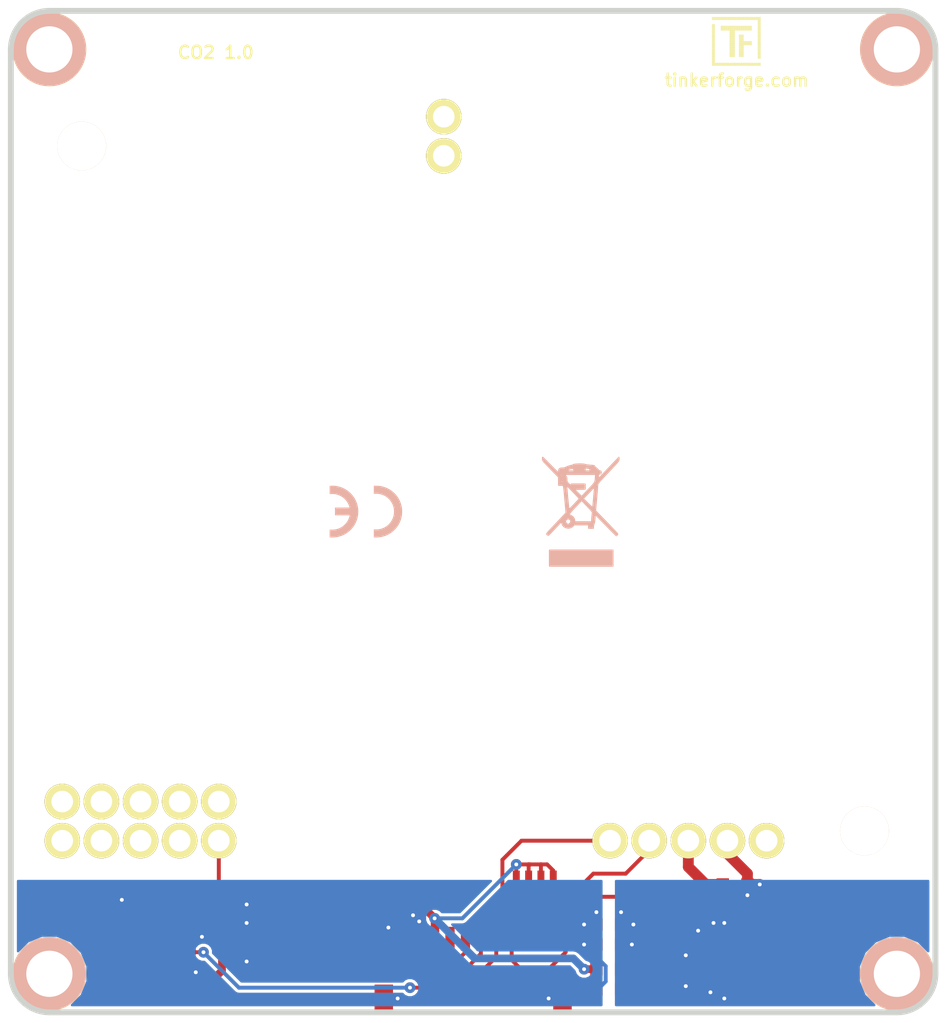
<source format=kicad_pcb>
(kicad_pcb (version 4) (host pcbnew 4.0.2+dfsg1-stable)
  (title_block (title "CO2 Bricklet") (date "Mi 27 Mai 2015") (rev 1.0) (company "Tinkerforfge GmbH") (comment 1 "Licensed under CERN OHL v.1.1") (comment 2 "Copyright (©) 2015, B.Nordmeyer <bastian@tinkerforge.com>"))
  (layers (0 F.Cu signal) (31 B.Cu signal) (34 B.Paste user) (35 F.Paste user) (36 B.SilkS user) (37 F.SilkS user) (38 B.Mask user) (39 F.Mask user) (44 Edge.Cuts user))
  (net 0 "")
  (net 1 +5V)
  (net 2 3V3)
  (net 3 EN)
  (net 4 GND)
  (net 5 "Net-(P1-Pad4)")
  (net 6 "Net-(P1-Pad5)")
  (net 7 "Net-(P1-Pad6)")
  (net 8 "Net-(P1-Pad7)")
  (net 9 "Net-(R2-Pad1)")
  (net 10 "Net-(R3-Pad2)")
  (net 11 "Net-(C2-Pad1)")
  (net 12 AGND)
  (net 13 "Net-(C4-Pad1)")
  (net 14 "Net-(L3-Pad2)")
  (net 15 SCL)
  (net 16 SDA)
  (net 17 "Net-(R5-Pad1)")
  (net 18 "Net-(P1-Pad1)")
  (net 19 "Net-(RP1-Pad6)")
  (net 20 "Net-(RP1-Pad7)")
  (net 21 "Net-(U1-Pad7)")
  (net 22 "Net-(U4-Pad1)")
  (net 23 "Net-(U4-Pad6)")
  (net 24 "Net-(U4-Pad7)")
  (net 25 "Net-(U4-Pad8)")
  (net 26 "Net-(U4-Pad9)")
  (net 27 "Net-(U4-Pad11)")
  (net 28 "Net-(U4-Pad12)")
  (net 29 "Net-(U4-Pad13)")
  (net 30 "Net-(U4-Pad14)")
  (net 31 "Net-(U4-Pad10)")
  (module kicad-libraries:R0603 (layer F.Cu) (at 125.6 113.375 180)
    (fp_text reference R5)
    (fp_text value 3k9)
    (pad 1 smd rect (at -0.8001 0 180) (size 0.8001 0.8001) (layers F.Cu F.Paste F.Mask) (net 17 "Net-(R5-Pad1)"))
    (pad 2 smd rect (at 0.8001 0 180) (size 0.8001 0.8001) (layers F.Cu F.Paste F.Mask) (net 10 "Net-(R3-Pad2)"))
  )
  (module kicad-libraries:R0603 (layer F.Cu) (at 120.5 114.175 270)
    (fp_text reference R4)
    (fp_text value 3k9)
    (pad 1 smd rect (at -0.8001 0 270) (size 0.8001 0.8001) (layers F.Cu F.Paste F.Mask) (net 4 GND))
    (pad 2 smd rect (at 0.8001 0 270) (size 0.8001 0.8001) (layers F.Cu F.Paste F.Mask) (net 9 "Net-(R2-Pad1)"))
  )
  (module kicad-libraries:R0603 (layer F.Cu) (at 122.6 113.375)
    (fp_text reference R3)
    (fp_text value 3k)
    (pad 1 smd rect (at -0.8001 0) (size 0.8001 0.8001) (layers F.Cu F.Paste F.Mask) (net 4 GND))
    (pad 2 smd rect (at 0.8001 0) (size 0.8001 0.8001) (layers F.Cu F.Paste F.Mask) (net 10 "Net-(R3-Pad2)"))
  )
  (module kicad-libraries:R0603 (layer F.Cu) (at 121.8 115.775 270)
    (fp_text reference R2)
    (fp_text value 3k)
    (pad 1 smd rect (at -0.8001 0 270) (size 0.8001 0.8001) (layers F.Cu F.Paste F.Mask) (net 9 "Net-(R2-Pad1)"))
    (pad 2 smd rect (at 0.8001 0 270) (size 0.8001 0.8001) (layers F.Cu F.Paste F.Mask) (net 8 "Net-(P1-Pad7)"))
  )
  (module kicad-libraries:R0603 (layer F.Cu) (at 157.725 116.05)
    (fp_text reference R1)
    (fp_text value 10k)
    (pad 1 smd rect (at -0.8001 0) (size 0.8001 0.8001) (layers F.Cu F.Paste F.Mask) (net 3 EN))
    (pad 2 smd rect (at 0.8001 0) (size 0.8001 0.8001) (layers F.Cu F.Paste F.Mask) (net 12 AGND))
  )
  (module kicad-libraries:C0603 (layer F.Cu) (at 161.8 115.7 90)
    (fp_text reference L4)
    (fp_text value INDUCT)
    (pad 1 smd rect (at -0.8001 0 90) (size 0.8001 0.8001) (layers F.Cu F.Paste F.Mask) (net 13 "Net-(C4-Pad1)"))
    (pad 2 smd rect (at 0.8001 0 90) (size 0.8001 0.8001) (layers F.Cu F.Paste F.Mask) (net 1 +5V))
  )
  (module kicad-libraries:C0805 (layer F.Cu) (at 155.225 118.15 90)
    (fp_text reference L3)
    (fp_text value 1µH)
    (pad 1 smd rect (at -1.00076 0 90) (size 1.00076 1.24968) (layers F.Cu F.Paste F.Mask) (net 11 "Net-(C2-Pad1)") (clearance 0.14986))
    (pad 2 smd rect (at 1.00076 0 90) (size 1.00076 1.24968) (layers F.Cu F.Paste F.Mask) (net 14 "Net-(L3-Pad2)") (clearance 0.14986))
  )
  (module kicad-libraries:C0603 (layer F.Cu) (at 152.7 114.9)
    (fp_text reference L2)
    (fp_text value 0)
    (pad 1 smd rect (at -0.8001 0) (size 0.8001 0.8001) (layers F.Cu F.Paste F.Mask) (net 4 GND))
    (pad 2 smd rect (at 0.8001 0) (size 0.8001 0.8001) (layers F.Cu F.Paste F.Mask) (net 12 AGND))
  )
  (module kicad-libraries:C0603 (layer F.Cu) (at 152.7 119.1)
    (fp_text reference L1)
    (fp_text value INDUCT)
    (pad 1 smd rect (at -0.8001 0) (size 0.8001 0.8001) (layers F.Cu F.Paste F.Mask) (net 2 3V3))
    (pad 2 smd rect (at 0.8001 0) (size 0.8001 0.8001) (layers F.Cu F.Paste F.Mask) (net 11 "Net-(C2-Pad1)"))
  )
  (module kicad-libraries:C0603 (layer F.Cu) (at 160.9 112.3 180)
    (fp_text reference C7)
    (fp_text value 100nF)
    (pad 1 smd rect (at -0.8001 0 180) (size 0.8001 0.8001) (layers F.Cu F.Paste F.Mask) (net 12 AGND))
    (pad 2 smd rect (at 0.8001 0 180) (size 0.8001 0.8001) (layers F.Cu F.Paste F.Mask) (net 1 +5V))
  )
  (module kicad-libraries:C0805 (layer F.Cu) (at 160.2 114.6 90)
    (fp_text reference C6)
    (fp_text value 4.7µF)
    (pad 1 smd rect (at -1.00076 0 90) (size 1.00076 1.24968) (layers F.Cu F.Paste F.Mask) (net 12 AGND) (clearance 0.14986))
    (pad 2 smd rect (at 1.00076 0 90) (size 1.00076 1.24968) (layers F.Cu F.Paste F.Mask) (net 1 +5V) (clearance 0.14986))
  )
  (module kicad-libraries:C0603 (layer F.Cu) (at 124.3 117.975 180)
    (fp_text reference C5)
    (fp_text value 100nF)
    (pad 1 smd rect (at -0.8001 0 180) (size 0.8001 0.8001) (layers F.Cu F.Paste F.Mask) (net 4 GND))
    (pad 2 smd rect (at 0.8001 0 180) (size 0.8001 0.8001) (layers F.Cu F.Paste F.Mask) (net 2 3V3))
  )
  (module kicad-libraries:C0805 (layer F.Cu) (at 160.2 118 270)
    (fp_text reference C4)
    (fp_text value 4.7µF)
    (pad 1 smd rect (at -1.00076 0 270) (size 1.00076 1.24968) (layers F.Cu F.Paste F.Mask) (net 13 "Net-(C4-Pad1)") (clearance 0.14986))
    (pad 2 smd rect (at 1.00076 0 270) (size 1.00076 1.24968) (layers F.Cu F.Paste F.Mask) (net 12 AGND) (clearance 0.14986))
  )
  (module kicad-libraries:C0603 (layer F.Cu) (at 137.6 114.3 90)
    (fp_text reference C3)
    (fp_text value 100nF)
    (pad 1 smd rect (at -0.8001 0 90) (size 0.8001 0.8001) (layers F.Cu F.Paste F.Mask) (net 4 GND))
    (pad 2 smd rect (at 0.8001 0 90) (size 0.8001 0.8001) (layers F.Cu F.Paste F.Mask) (net 2 3V3))
  )
  (module kicad-libraries:C0603 (layer F.Cu) (at 153.5 117 90)
    (fp_text reference C2)
    (fp_text value 2.2µF)
    (pad 1 smd rect (at -0.8001 0 90) (size 0.8001 0.8001) (layers F.Cu F.Paste F.Mask) (net 11 "Net-(C2-Pad1)"))
    (pad 2 smd rect (at 0.8001 0 90) (size 0.8001 0.8001) (layers F.Cu F.Paste F.Mask) (net 12 AGND))
  )
  (module kicad-libraries:C0603 (layer F.Cu) (at 151.9 117 90)
    (fp_text reference C1)
    (fp_text value 2.2µF)
    (pad 1 smd rect (at -0.8001 0 90) (size 0.8001 0.8001) (layers F.Cu F.Paste F.Mask) (net 2 3V3))
    (pad 2 smd rect (at 0.8001 0 90) (size 0.8001 0.8001) (layers F.Cu F.Paste F.Mask) (net 4 GND))
  )
  (module kicad-libraries:CE_5mm (layer B.Cu) (at 136.9 88.1 180)
    (fp_text reference VAL hide)
    (fp_text value CE_5mm hide)
  )
  (module kicad-libraries:WEEE_7mm (layer B.Cu) (at 150.9 88.1 180)
    (fp_text reference VAL hide)
    (fp_text value WEEE_7mm_back hide)
  )
  (module kicad-libraries:DRILL_NP (layer F.Cu) (at 116.4 58.1)
    (fp_text reference U8 hide)
    (fp_text value DRILL hide)
    (pad "" np_thru_hole circle (at 0 0) (size 2.99974 2.99974) (drill 2.99974) (layers *.Cu *.Mask F.SilkS) (clearance 0.89916))
  )
  (module kicad-libraries:4X0603 (layer F.Cu) (at 147.9 112.7)
    (fp_text reference RP1)
    (fp_text value 2k2)
    (pad 1 smd rect (at -1.19888 -0.8509) (size 0.44958 0.89916) (layers F.Cu F.Paste F.Mask) (net 2 3V3))
    (pad 2 smd rect (at -0.39878 -0.8509) (size 0.44958 0.89916) (layers F.Cu F.Paste F.Mask) (net 2 3V3))
    (pad 3 smd rect (at 0.39878 -0.8509) (size 0.44958 0.89916) (layers F.Cu F.Paste F.Mask) (net 2 3V3))
    (pad 4 smd rect (at 1.19888 -0.8509) (size 0.44958 0.89916) (layers F.Cu F.Paste F.Mask) (net 2 3V3))
    (pad 5 smd rect (at 1.19888 0.8509) (size 0.44958 0.89916) (layers F.Cu F.Paste F.Mask) (net 15 SCL))
    (pad 6 smd rect (at 0.39878 0.8509) (size 0.44958 0.89916) (layers F.Cu F.Paste F.Mask) (net 19 "Net-(RP1-Pad6)"))
    (pad 7 smd rect (at -0.39878 0.8509) (size 0.44958 0.89916) (layers F.Cu F.Paste F.Mask) (net 20 "Net-(RP1-Pad7)"))
    (pad 8 smd rect (at -1.19888 0.8509) (size 0.44958 0.89916) (layers F.Cu F.Paste F.Mask) (net 16 SDA))
  )
  (module kicad-libraries:Fiducial_Mark (layer F.Cu) (at 120.4 119.1)
    (fp_text reference Fiducial_Mark hide)
    (fp_text value VAL** hide)
    (pad 1 smd circle (at 0 0) (size 1.00076 1.00076) (layers F.Cu F.Paste F.Mask) (clearance 0.65024))
  )
  (module kicad-libraries:Fiducial_Mark (layer F.Cu) (at 170.4 113.6)
    (fp_text reference Fiducial_Mark hide)
    (fp_text value VAL** hide)
    (pad 1 smd circle (at 0 0) (size 1.00076 1.00076) (layers F.Cu F.Paste F.Mask) (clearance 0.65024))
  )
  (module kicad-libraries:Logo_31x31 (layer F.Cu) (at 159.4 56)
    (fp_text reference G*** hide)
    (fp_text value Logo_31x31 hide)
  )
  (module kicad-libraries:DRILL_NP (layer F.Cu) (at 171.4 58.1)
    (fp_text reference U7 hide)
    (fp_text value DRILL hide)
    (pad "" np_thru_hole circle (at 0 0) (size 2.99974 2.99974) (drill 2.99974) (layers *.Cu *.Mask F.SilkS) (clearance 0.89916))
  )
  (module kicad-libraries:DRILL_NP (layer F.Cu) (at 171.4 118.1)
    (fp_text reference U5 hide)
    (fp_text value DRILL hide)
    (pad "" np_thru_hole circle (at 0 0) (size 2.99974 2.99974) (drill 2.99974) (layers *.Cu *.Mask F.SilkS) (clearance 0.89916))
  )
  (module kicad-libraries:SOT23-5 (layer F.Cu) (at 124.3 115.675 90)
    (fp_text reference U3)
    (fp_text value TLV271)
    (pad 1 smd rect (at -0.94996 1.19888 90) (size 0.50038 0.8001) (layers F.Cu F.Paste F.Mask) (net 8 "Net-(P1-Pad7)"))
    (pad 2 smd rect (at 0 1.19888 90) (size 0.50038 0.8001) (layers F.Cu F.Paste F.Mask) (net 4 GND))
    (pad 3 smd rect (at 0.94996 1.19888 90) (size 0.50038 0.8001) (layers F.Cu F.Paste F.Mask) (net 10 "Net-(R3-Pad2)"))
    (pad 5 smd rect (at -0.94996 -1.19888 90) (size 0.50038 0.8001) (layers F.Cu F.Paste F.Mask) (net 2 3V3))
    (pad 4 smd rect (at 0.94996 -1.19888 90) (size 0.50038 0.8001) (layers F.Cu F.Paste F.Mask) (net 9 "Net-(R2-Pad1)"))
  )
  (module kicad-libraries:UMLP_22 (layer F.Cu) (at 157.725 117.85 270)
    (fp_text reference U2)
    (fp_text value FAN4860)
    (pad 3 smd rect (at -0.65 -1.05 270) (size 0.25 0.8) (layers F.Cu F.Paste F.Mask) (net 13 "Net-(C4-Pad1)"))
    (pad 2 smd rect (at 0 -1.05 270) (size 0.25 0.8) (layers F.Cu F.Paste F.Mask) (net 13 "Net-(C4-Pad1)"))
    (pad 1 smd rect (at 0.65 -1.05 270) (size 0.25 0.8) (layers F.Cu F.Paste F.Mask) (net 12 AGND))
    (pad 4 smd rect (at -0.65 1.05 270) (size 0.25 0.8) (layers F.Cu F.Paste F.Mask) (net 3 EN))
    (pad 5 smd rect (at 0 1.05 270) (size 0.25 0.8) (layers F.Cu F.Paste F.Mask) (net 14 "Net-(L3-Pad2)"))
    (pad 6 smd rect (at 0.65 1.05 270) (size 0.25 0.8) (layers F.Cu F.Paste F.Mask) (net 11 "Net-(C2-Pad1)"))
    (pad EP smd rect (at 0 0 270) (size 1.45 0.8) (layers F.Cu F.Paste F.Mask) (net 12 AGND))
  )
  (module kicad-libraries:SOIC8 (layer F.Cu) (at 133 115.4 270)
    (fp_text reference U1)
    (fp_text value M24C64)
    (pad 1 smd rect (at -1.90246 2.69748 90) (size 0.59944 1.5494) (layers F.Cu F.Paste F.Mask) (net 4 GND))
    (pad 2 smd rect (at -0.63246 2.69748 90) (size 0.59944 1.5494) (layers F.Cu F.Paste F.Mask) (net 4 GND))
    (pad 3 smd rect (at 0.63246 2.69748 90) (size 0.59944 1.5494) (layers F.Cu F.Paste F.Mask) (net 7 "Net-(P1-Pad6)"))
    (pad 4 smd rect (at 1.90246 2.69748 90) (size 0.59944 1.5494) (layers F.Cu F.Paste F.Mask) (net 4 GND))
    (pad 5 smd rect (at 1.90246 -2.69748 270) (size 0.59944 1.5494) (layers F.Cu F.Paste F.Mask) (net 6 "Net-(P1-Pad5)"))
    (pad 6 smd rect (at 0.63246 -2.69748 270) (size 0.59944 1.5494) (layers F.Cu F.Paste F.Mask) (net 5 "Net-(P1-Pad4)"))
    (pad 7 smd rect (at -0.63246 -2.69748 270) (size 0.59944 1.5494) (layers F.Cu F.Paste F.Mask) (net 21 "Net-(U1-Pad7)"))
    (pad 8 smd rect (at -1.90246 -2.69748 270) (size 0.59944 1.5494) (layers F.Cu F.Paste F.Mask) (net 2 3V3))
  )
  (module kicad-libraries:CON-SENSOR (layer F.Cu) (at 143.9 120.6)
    (fp_text reference P1)
    (fp_text value CON-SENSOR)
    (pad 1 smd rect (at -4.50088 -4.7752) (size 0.59944 1.5494) (layers F.Cu F.Paste F.Mask) (net 18 "Net-(P1-Pad1)"))
    (pad 2 smd rect (at -3.50012 -4.7752) (size 0.59944 1.5494) (layers F.Cu F.Paste F.Mask) (net 4 GND))
    (pad 3 smd rect (at -2.49936 -4.7752) (size 0.59944 1.5494) (layers F.Cu F.Paste F.Mask) (net 2 3V3))
    (pad 4 smd rect (at -1.50114 -4.7752) (size 0.59944 1.5494) (layers F.Cu F.Paste F.Mask) (net 5 "Net-(P1-Pad4)"))
    (pad 5 smd rect (at -0.50038 -4.7752) (size 0.59944 1.5494) (layers F.Cu F.Paste F.Mask) (net 6 "Net-(P1-Pad5)"))
    (pad 6 smd rect (at 0.50038 -4.7752) (size 0.59944 1.5494) (layers F.Cu F.Paste F.Mask) (net 7 "Net-(P1-Pad6)"))
    (pad 7 smd rect (at 1.50114 -4.7752) (size 0.59944 1.5494) (layers F.Cu F.Paste F.Mask) (net 8 "Net-(P1-Pad7)"))
    (pad 8 smd rect (at 2.49936 -4.7752) (size 0.59944 1.5494) (layers F.Cu F.Paste F.Mask) (net 3 EN))
    (pad 9 smd rect (at 3.50012 -4.7752) (size 0.59944 1.5494) (layers F.Cu F.Paste F.Mask) (net 16 SDA))
    (pad 10 smd rect (at 4.50088 -4.7752) (size 0.59944 1.5494) (layers F.Cu F.Paste F.Mask) (net 15 SCL))
    (pad EP smd rect (at -5.79882 -0.89916) (size 1.19888 1.80086) (layers F.Cu F.Paste F.Mask) (net 4 GND))
    (pad EP smd rect (at 5.79882 -0.89916) (size 1.19888 1.80086) (layers F.Cu F.Paste F.Mask) (net 4 GND))
  )
  (module kicad-libraries:DRILL_NP (layer F.Cu) (at 116.4 118.1)
    (fp_text reference U6 hide)
    (fp_text value DRILL hide)
    (pad "" np_thru_hole circle (at 0 0) (size 2.99974 2.99974) (drill 2.99974) (layers *.Cu *.Mask F.SilkS) (clearance 0.89916))
  )
  (module kicad-libraries:K30 (layer F.Cu) (at 143.9 86.6)
    (fp_text reference U4)
    (fp_text value K30)
    (pad 1 thru_hole circle (at 19.045 22.86) (size 2.3 2.3) (drill 1.4) (layers *.Cu *.Mask F.SilkS) (net 22 "Net-(U4-Pad1)"))
    (pad 2 thru_hole circle (at 16.505 22.86) (size 2.3 2.3) (drill 1.4) (layers *.Cu *.Mask F.SilkS) (net 12 AGND))
    (pad 3 thru_hole circle (at 13.965 22.86) (size 2.3 2.3) (drill 1.4) (layers *.Cu *.Mask F.SilkS) (net 1 +5V))
    (pad 4 thru_hole circle (at 11.425 22.86) (size 2.3 2.3) (drill 1.4) (layers *.Cu *.Mask F.SilkS) (net 15 SCL))
    (pad 5 thru_hole circle (at 8.885 22.86) (size 2.3 2.3) (drill 1.4) (layers *.Cu *.Mask F.SilkS) (net 16 SDA))
    (pad 6 thru_hole circle (at -26.665 20.32) (size 2.3 2.3) (drill 1.4) (layers *.Cu *.Mask F.SilkS) (net 23 "Net-(U4-Pad6)"))
    (pad 7 thru_hole circle (at -24.125 20.32) (size 2.3 2.3) (drill 1.4) (layers *.Cu *.Mask F.SilkS) (net 24 "Net-(U4-Pad7)"))
    (pad 8 thru_hole circle (at -21.585 20.32) (size 2.3 2.3) (drill 1.4) (layers *.Cu *.Mask F.SilkS) (net 25 "Net-(U4-Pad8)"))
    (pad 9 thru_hole circle (at -19.045 20.32) (size 2.3 2.3) (drill 1.4) (layers *.Cu *.Mask F.SilkS) (net 26 "Net-(U4-Pad9)"))
    (pad 11 thru_hole circle (at -26.665 22.86) (size 2.3 2.3) (drill 1.4) (layers *.Cu *.Mask F.SilkS) (net 27 "Net-(U4-Pad11)"))
    (pad 12 thru_hole circle (at -24.125 22.86) (size 2.3 2.3) (drill 1.4) (layers *.Cu *.Mask F.SilkS) (net 28 "Net-(U4-Pad12)"))
    (pad 13 thru_hole circle (at -21.585 22.86) (size 2.3 2.3) (drill 1.4) (layers *.Cu *.Mask F.SilkS) (net 29 "Net-(U4-Pad13)"))
    (pad 14 thru_hole circle (at -19.045 22.86) (size 2.3 2.3) (drill 1.4) (layers *.Cu *.Mask F.SilkS) (net 30 "Net-(U4-Pad14)"))
    (pad 10 thru_hole circle (at -16.505 20.32) (size 2.3 2.3) (drill 1.4) (layers *.Cu *.Mask F.SilkS) (net 31 "Net-(U4-Pad10)"))
    (pad 15 thru_hole circle (at -16.505 22.86) (size 2.3 2.3) (drill 1.4) (layers *.Cu *.Mask F.SilkS) (net 17 "Net-(R5-Pad1)"))
    (pad "" np_thru_hole circle (at -1.905 -24.13) (size 2.3 2.3) (drill 1.4) (layers *.Cu *.Mask F.SilkS))
    (pad "" np_thru_hole circle (at -1.905 -21.59) (size 2.3 2.3) (drill 1.4) (layers *.Cu *.Mask F.SilkS))
    (pad "" np_thru_hole circle (at -25.405 -22.23) (size 3.17 3.17) (drill 3.17) (layers *.Cu *.SilkS))
    (pad "" np_thru_hole circle (at 25.4 22.222) (size 3.17 3.17) (drill 3.17) (layers *.Cu *.SilkS))
  )
  (gr_line (start 116.4 120.6) (end 171.4 120.6) (angle 90) (layer Edge.Cuts) (width 0.381))
  (gr_line (start 113.9 58.1) (end 113.9 118.1) (angle 90) (layer Edge.Cuts) (width 0.381))
  (gr_line (start 171.4 55.6) (end 116.4 55.6) (angle 90) (layer Edge.Cuts) (width 0.381))
  (gr_line (start 173.9 118.1) (end 173.9 58.1) (angle 90) (layer Edge.Cuts) (width 0.381))
  (gr_arc (start 116.4 118.1) (end 116.4 120.6) (angle 90) (layer Edge.Cuts) (width 0.381))
  (gr_arc (start 171.4 118.1) (end 173.9 118.1) (angle 90) (layer Edge.Cuts) (width 0.381))
  (gr_arc (start 171.4 58.1) (end 171.4 55.6) (angle 90) (layer Edge.Cuts) (width 0.381))
  (gr_arc (start 116.4 58.1) (end 113.9 58.1) (angle 90) (layer Edge.Cuts) (width 0.381))
  (gr_text "CO2 1.0" (at 127.2 58.3) (layer F.SilkS) (effects (font (size 0.8 0.8))))
  (gr_text tinkerforge.com (at 161 60.1) (layer F.SilkS) (effects (font (size 0.8 0.8))))
  (segment (start 160.0999 112.3) (end 159 112.3) (width 0.7) (layer F.Cu) (net 1))
  (segment (start 157.865 111.165) (end 157.865 109.46) (width 0.7) (layer F.Cu) (net 1))
  (segment (start 159 112.3) (end 157.865 111.165) (width 0.7) (layer F.Cu) (net 1))
  (segment (start 160.2 113.59924) (end 160.2 112.4001) (width 0.7) (layer F.Cu) (net 1))
  (segment (start 160.2 112.4001) (end 160.0999 112.3) (width 0.7) (layer F.Cu) (net 1))
  (segment (start 161.8 114.8999) (end 161.8 114.5) (width 0.7) (layer F.Cu) (net 1))
  (segment (start 161.8 114.5) (end 160.89924 113.59924) (width 0.7) (layer F.Cu) (net 1))
  (segment (start 160.89924 113.59924) (end 160.2 113.59924) (width 0.7) (layer F.Cu) (net 1))
  (segment (start 147.50122 111.8491) (end 147.50122 111) (width 0.254) (layer F.Cu) (net 2))
  (segment (start 147.5 111.1) (end 147.5 111) (width 0.254) (layer F.Cu) (net 2))
  (segment (start 147.5 111.00122) (end 147.5 111.1) (width 0.254) (layer F.Cu) (net 2))
  (segment (start 147.50122 111) (end 147.5 111.00122) (width 0.254) (layer F.Cu) (net 2))
  (segment (start 148.29878 111.8491) (end 148.29878 111) (width 0.254) (layer F.Cu) (net 2))
  (segment (start 148.29878 111) (end 148.3 111) (width 0.254) (layer F.Cu) (net 2))
  (segment (start 149.09888 111.8491) (end 149.09888 111.39888) (width 0.254) (layer F.Cu) (net 2))
  (segment (start 148.7 111) (end 148.3 111) (width 0.254) (layer F.Cu) (net 2))
  (segment (start 148.3 111) (end 147.6 111) (width 0.254) (layer F.Cu) (net 2))
  (segment (start 147.6 111) (end 147.5 111) (width 0.254) (layer F.Cu) (net 2))
  (segment (start 147.5 111) (end 146.7 111) (width 0.254) (layer F.Cu) (net 2))
  (segment (start 149.09888 111.39888) (end 148.7 111) (width 0.254) (layer F.Cu) (net 2))
  (segment (start 146.70112 111.8491) (end 146.70112 111.00112) (width 0.254) (layer F.Cu) (net 2))
  (segment (start 143.2 114.5) (end 141.4 114.5) (width 0.254) (layer B.Cu) (net 2))
  (segment (start 146.7 111) (end 143.2 114.5) (width 0.254) (layer B.Cu) (net 2))
  (via (at 146.7 111) (size 0.7) (layers F.Cu B.Cu) (net 2))
  (segment (start 146.70112 111.00112) (end 146.7 111) (width 0.254) (layer F.Cu) (net 2))
  (segment (start 151.9 117.8001) (end 151.1001 117.8001) (width 0.5) (layer F.Cu) (net 2))
  (segment (start 141.4 114.5) (end 141.40064 114.50064) (width 0.5) (layer F.Cu) (net 2))
  (via (at 141.4 114.5) (size 0.7) (layers F.Cu B.Cu) (net 2))
  (segment (start 144 117.1) (end 141.4 114.5) (width 0.5) (layer B.Cu) (net 2))
  (segment (start 150.4 117.1) (end 144 117.1) (width 0.5) (layer B.Cu) (net 2))
  (segment (start 151.1 117.8) (end 150.4 117.1) (width 0.5) (layer B.Cu) (net 2))
  (via (at 151.1 117.8) (size 0.7) (layers F.Cu B.Cu) (net 2))
  (segment (start 151.1001 117.8001) (end 151.1 117.8) (width 0.5) (layer F.Cu) (net 2))
  (segment (start 151.9 117.8001) (end 151.9 119.0999) (width 0.5) (layer F.Cu) (net 2))
  (segment (start 151.9 119.0999) (end 151.8999 119.1) (width 0.5) (layer F.Cu) (net 2))
  (segment (start 151.9 119.0999) (end 151.8999 119.1) (width 0.5) (layer F.Cu) (net 2))
  (segment (start 137.6 113.4999) (end 137.6 113) (width 0.5) (layer F.Cu) (net 2))
  (segment (start 123.4999 118.5999) (end 123.4999 117.975) (width 0.5) (layer F.Cu) (net 2))
  (segment (start 124 119.1) (end 123.4999 118.5999) (width 0.5) (layer F.Cu) (net 2))
  (segment (start 126.4 119.1) (end 124 119.1) (width 0.5) (layer F.Cu) (net 2))
  (segment (start 127.6 117.9) (end 126.4 119.1) (width 0.5) (layer F.Cu) (net 2))
  (segment (start 127.6 114) (end 127.6 117.9) (width 0.5) (layer F.Cu) (net 2))
  (segment (start 129.2 112.4) (end 127.6 114) (width 0.5) (layer F.Cu) (net 2))
  (segment (start 137 112.4) (end 129.2 112.4) (width 0.5) (layer F.Cu) (net 2))
  (segment (start 137.6 113) (end 137 112.4) (width 0.5) (layer F.Cu) (net 2))
  (segment (start 141.40064 115.8248) (end 141.40064 114.50064) (width 0.5) (layer F.Cu) (net 2))
  (segment (start 140.3999 113.4999) (end 137.6 113.4999) (width 0.5) (layer F.Cu) (net 2))
  (segment (start 141.40064 114.50064) (end 140.3999 113.4999) (width 0.5) (layer F.Cu) (net 2))
  (segment (start 137.6 113.4999) (end 135.69984 113.4999) (width 0.5) (layer F.Cu) (net 2))
  (segment (start 135.69984 113.4999) (end 135.69748 113.49754) (width 0.5) (layer F.Cu) (net 2))
  (segment (start 123.10112 116.62496) (end 123.10112 117.57622) (width 0.5) (layer F.Cu) (net 2))
  (segment (start 123.10112 117.57622) (end 123.4999 117.975) (width 0.5) (layer F.Cu) (net 2))
  (segment (start 156.9249 116.05) (end 153.9749 113.1) (width 0.254) (layer F.Cu) (net 3))
  (segment (start 146.39936 117.19936) (end 146.39936 115.8248) (width 0.254) (layer F.Cu) (net 3))
  (segment (start 147.1 117.9) (end 146.39936 117.19936) (width 0.254) (layer F.Cu) (net 3))
  (segment (start 148.7 117.9) (end 147.1 117.9) (width 0.254) (layer F.Cu) (net 3))
  (segment (start 149.9 116.7) (end 148.7 117.9) (width 0.254) (layer F.Cu) (net 3))
  (segment (start 149.9 114.7) (end 149.9 116.7) (width 0.254) (layer F.Cu) (net 3))
  (segment (start 151.5 113.1) (end 149.9 114.7) (width 0.254) (layer F.Cu) (net 3))
  (segment (start 153.9749 113.1) (end 151.5 113.1) (width 0.254) (layer F.Cu) (net 3))
  (segment (start 156.9249 116.05) (end 156.9249 116.4751) (width 0.254) (layer F.Cu) (net 3))
  (segment (start 156.675 116.725) (end 156.675 117.2) (width 0.254) (layer F.Cu) (net 3))
  (segment (start 156.9249 116.4751) (end 156.675 116.725) (width 0.254) (layer F.Cu) (net 3))
  (segment (start 140.39988 115.8248) (end 140.39988 114.69988) (width 0.7) (layer F.Cu) (net 4))
  (via (at 140 114.3) (size 0.7) (layers F.Cu B.Cu) (net 4))
  (segment (start 140.39988 114.69988) (end 140 114.3) (width 0.7) (layer F.Cu) (net 4))
  (segment (start 140.4 114.7) (end 141.6 115.9) (width 0.254) (layer B.Cu) (net 4))
  (segment (start 141.6 119.2) (end 142.1 119.7) (width 0.254) (layer B.Cu) (net 4))
  (segment (start 141.6 115.9) (end 141.6 119.2) (width 0.254) (layer B.Cu) (net 4))
  (segment (start 125.9 118) (end 125.5 117.6) (width 0.254) (layer B.Cu) (net 4))
  (segment (start 125.875 117.975) (end 125.9 118) (width 0.7) (layer F.Cu) (net 4))
  (via (at 125.9 118) (size 0.7) (layers F.Cu B.Cu) (net 4))
  (segment (start 125.1001 117.975) (end 125.875 117.975) (width 0.7) (layer F.Cu) (net 4))
  (segment (start 125.5 116.5) (end 126.3 115.7) (width 0.254) (layer B.Cu) (net 4))
  (segment (start 125.5 117.6) (end 125.5 116.5) (width 0.254) (layer B.Cu) (net 4))
  (segment (start 121.1 113.3) (end 123.9 113.3) (width 0.254) (layer B.Cu) (net 4))
  (via (at 121.1 113.3) (size 0.7) (layers F.Cu B.Cu) (net 4))
  (segment (start 123.9 113.3) (end 126.3 115.7) (width 0.254) (layer B.Cu) (net 4))
  (segment (start 121.7999 113.375) (end 121.175 113.375) (width 0.7) (layer F.Cu) (net 4))
  (segment (start 121.0251 113.3749) (end 121.1 113.3) (width 0.7) (layer F.Cu) (net 4))
  (segment (start 121.0251 113.3749) (end 120.5 113.3749) (width 0.7) (layer F.Cu) (net 4))
  (segment (start 121.175 113.375) (end 121.1 113.3) (width 0.7) (layer F.Cu) (net 4))
  (segment (start 126.3 115.7) (end 128.3 115.7) (width 0.254) (layer B.Cu) (net 4))
  (segment (start 128.3 115.7) (end 129.2 114.8) (width 0.254) (layer B.Cu) (net 4))
  (segment (start 126.275 115.675) (end 126.3 115.7) (width 0.7) (layer F.Cu) (net 4))
  (segment (start 125.49888 115.675) (end 126.275 115.675) (width 0.7) (layer F.Cu) (net 4))
  (via (at 126.3 115.7) (size 0.7) (layers F.Cu B.Cu) (net 4))
  (segment (start 151.1 116.2) (end 151.1 114.9) (width 0.254) (layer B.Cu) (net 4))
  (via (at 151.1 114.9) (size 0.7) (layers F.Cu B.Cu) (net 4))
  (segment (start 151.1 114.9) (end 151.8999 114.9) (width 0.7) (layer F.Cu) (net 4))
  (segment (start 148.8 119.7) (end 151.4 119.7) (width 0.254) (layer B.Cu) (net 4))
  (segment (start 151.1001 116.1999) (end 151.1 116.2) (width 0.7) (layer F.Cu) (net 4))
  (via (at 151.1 116.2) (size 0.7) (layers F.Cu B.Cu) (net 4))
  (segment (start 151.1001 116.1999) (end 151.9 116.1999) (width 0.7) (layer F.Cu) (net 4))
  (segment (start 152.5 117.6) (end 151.1 116.2) (width 0.254) (layer B.Cu) (net 4))
  (segment (start 152.5 118.6) (end 152.5 117.6) (width 0.254) (layer B.Cu) (net 4))
  (segment (start 151.4 119.7) (end 152.5 118.6) (width 0.254) (layer B.Cu) (net 4))
  (segment (start 138.4 115.1) (end 140 115.1) (width 0.254) (layer B.Cu) (net 4))
  (segment (start 140.39988 114.70012) (end 140.4 114.7) (width 0.7) (layer F.Cu) (net 4))
  (via (at 140.4 114.7) (size 0.7) (layers F.Cu B.Cu) (net 4))
  (segment (start 140.39988 114.70012) (end 140.39988 115.8248) (width 0.7) (layer F.Cu) (net 4))
  (segment (start 140 115.1) (end 140.4 114.7) (width 0.254) (layer B.Cu) (net 4))
  (segment (start 129.2 113.6) (end 136.9 113.6) (width 0.254) (layer B.Cu) (net 4))
  (segment (start 138.3999 115.1001) (end 137.6 115.1001) (width 0.7) (layer F.Cu) (net 4))
  (segment (start 138.4 115.1) (end 138.3999 115.1001) (width 0.254) (layer F.Cu) (net 4))
  (via (at 138.4 115.1) (size 0.7) (layers F.Cu B.Cu) (net 4))
  (segment (start 136.9 113.6) (end 138.4 115.1) (width 0.254) (layer B.Cu) (net 4))
  (segment (start 129.2 114.8) (end 129.2 113.6) (width 0.254) (layer B.Cu) (net 4))
  (segment (start 129.30246 113.49754) (end 130.30252 113.49754) (width 0.254) (layer F.Cu) (net 4))
  (segment (start 129.2 113.6) (end 129.30246 113.49754) (width 0.254) (layer F.Cu) (net 4))
  (via (at 129.2 113.6) (size 0.7) (layers F.Cu B.Cu) (net 4))
  (segment (start 130.30252 114.76754) (end 129.23246 114.76754) (width 0.254) (layer F.Cu) (net 4))
  (segment (start 129.2 114.8) (end 129.2 117.3) (width 0.254) (layer B.Cu) (net 4))
  (via (at 129.2 114.8) (size 0.7) (layers F.Cu B.Cu) (net 4))
  (segment (start 129.23246 114.76754) (end 129.2 114.8) (width 0.254) (layer F.Cu) (net 4))
  (segment (start 129.20246 117.30246) (end 130.30252 117.30246) (width 0.254) (layer F.Cu) (net 4))
  (segment (start 129.2 117.3) (end 129.20246 117.30246) (width 0.254) (layer F.Cu) (net 4))
  (via (at 129.2 117.3) (size 0.7) (layers F.Cu B.Cu) (net 4))
  (segment (start 149.69882 119.70084) (end 148.80084 119.70084) (width 0.254) (layer F.Cu) (net 4))
  (segment (start 138.99916 119.70084) (end 138.10118 119.70084) (width 0.254) (layer F.Cu) (net 4))
  (segment (start 142.1 119.7) (end 139 119.7) (width 0.254) (layer B.Cu) (net 4))
  (via (at 139 119.7) (size 0.7) (layers F.Cu B.Cu) (net 4))
  (segment (start 139 119.7) (end 138.99916 119.70084) (width 0.254) (layer F.Cu) (net 4))
  (segment (start 148.8 119.7) (end 142.1 119.7) (width 0.254) (layer B.Cu) (net 4))
  (via (at 148.8 119.7) (size 0.7) (layers F.Cu B.Cu) (net 4))
  (segment (start 148.80084 119.70084) (end 148.8 119.7) (width 0.254) (layer F.Cu) (net 4))
  (segment (start 151.8999 114.9) (end 151.8999 114.1001) (width 0.7) (layer F.Cu) (net 4))
  (segment (start 151.8999 114.1001) (end 151.9 114.1) (width 0.7) (layer F.Cu) (net 4))
  (via (at 151.9 114.1) (size 0.7) (layers F.Cu B.Cu) (net 4))
  (segment (start 142.39886 115.8248) (end 142.39886 116.60114) (width 0.254) (layer F.Cu) (net 5))
  (segment (start 137.13246 116.03246) (end 135.69748 116.03246) (width 0.254) (layer F.Cu) (net 5))
  (segment (start 138.2 117.1) (end 137.13246 116.03246) (width 0.254) (layer F.Cu) (net 5))
  (segment (start 141.9 117.1) (end 138.2 117.1) (width 0.254) (layer F.Cu) (net 5))
  (segment (start 142.39886 116.60114) (end 141.9 117.1) (width 0.254) (layer F.Cu) (net 5))
  (segment (start 143.39962 115.8248) (end 143.39962 116.70038) (width 0.254) (layer F.Cu) (net 6))
  (segment (start 137.40246 117.30246) (end 135.69748 117.30246) (width 0.254) (layer F.Cu) (net 6))
  (segment (start 137.7 117.6) (end 137.40246 117.30246) (width 0.254) (layer F.Cu) (net 6))
  (segment (start 142.5 117.6) (end 137.7 117.6) (width 0.254) (layer F.Cu) (net 6))
  (segment (start 143.39962 116.70038) (end 142.5 117.6) (width 0.254) (layer F.Cu) (net 6))
  (segment (start 144.40038 115.8248) (end 144.40038 116.79962) (width 0.254) (layer F.Cu) (net 7))
  (segment (start 132.43246 116.03246) (end 130.30252 116.03246) (width 0.254) (layer F.Cu) (net 7))
  (segment (start 134.6 118.2) (end 132.43246 116.03246) (width 0.254) (layer F.Cu) (net 7))
  (segment (start 143 118.2) (end 134.6 118.2) (width 0.254) (layer F.Cu) (net 7))
  (segment (start 144.40038 116.79962) (end 143 118.2) (width 0.254) (layer F.Cu) (net 7))
  (segment (start 145.40114 115.8248) (end 145.40114 116.99886) (width 0.254) (layer F.Cu) (net 8))
  (segment (start 126.4 116.7) (end 125.57392 116.7) (width 0.254) (layer F.Cu) (net 8))
  (via (at 126.4 116.7) (size 0.7) (layers F.Cu B.Cu) (net 8))
  (segment (start 128.7 119) (end 126.4 116.7) (width 0.254) (layer B.Cu) (net 8))
  (segment (start 139.8 119) (end 128.7 119) (width 0.254) (layer B.Cu) (net 8))
  (via (at 139.8 119) (size 0.7) (layers F.Cu B.Cu) (net 8))
  (segment (start 143.4 119) (end 139.8 119) (width 0.254) (layer F.Cu) (net 8))
  (segment (start 145.40114 116.99886) (end 143.4 119) (width 0.254) (layer F.Cu) (net 8))
  (segment (start 125.57392 116.7) (end 125.49888 116.62496) (width 0.254) (layer F.Cu) (net 8))
  (segment (start 125.49888 116.62496) (end 124.82496 116.62496) (width 0.5) (layer F.Cu) (net 8))
  (segment (start 122.5751 115.8) (end 121.8 116.5751) (width 0.5) (layer F.Cu) (net 8))
  (segment (start 124 115.8) (end 122.5751 115.8) (width 0.5) (layer F.Cu) (net 8))
  (segment (start 124.82496 116.62496) (end 124 115.8) (width 0.5) (layer F.Cu) (net 8))
  (segment (start 121.8 114.9749) (end 120.5002 114.9749) (width 0.5) (layer F.Cu) (net 9))
  (segment (start 120.5002 114.9749) (end 120.5 114.9751) (width 0.5) (layer F.Cu) (net 9))
  (segment (start 123.10112 114.72504) (end 122.04986 114.72504) (width 0.5) (layer F.Cu) (net 9))
  (segment (start 122.04986 114.72504) (end 121.8 114.9749) (width 0.5) (layer F.Cu) (net 9))
  (segment (start 125.49888 114.72504) (end 125.49888 114.07398) (width 0.5) (layer F.Cu) (net 10))
  (segment (start 125.49888 114.07398) (end 124.7999 113.375) (width 0.5) (layer F.Cu) (net 10))
  (segment (start 124.7999 113.375) (end 123.4001 113.375) (width 0.5) (layer F.Cu) (net 10))
  (segment (start 156.2 118.6) (end 155.77576 118.6) (width 0.5) (layer F.Cu) (net 11))
  (segment (start 156.3 118.5) (end 156.2 118.6) (width 0.254) (layer F.Cu) (net 11))
  (segment (start 155.77576 118.6) (end 155.225 119.15076) (width 0.5) (layer F.Cu) (net 11))
  (segment (start 156.675 118.5) (end 156.3 118.5) (width 0.254) (layer F.Cu) (net 11))
  (segment (start 153.5 117.8001) (end 154.1001 117.8001) (width 0.5) (layer F.Cu) (net 11))
  (segment (start 154.1001 117.8001) (end 155.225 118.925) (width 0.5) (layer F.Cu) (net 11))
  (segment (start 155.225 118.925) (end 155.225 119.15076) (width 0.5) (layer F.Cu) (net 11))
  (segment (start 153.5 117.8001) (end 153.5 119.0999) (width 0.5) (layer F.Cu) (net 11))
  (segment (start 153.5 119.0999) (end 153.5001 119.1) (width 0.5) (layer F.Cu) (net 11))
  (segment (start 161.7001 112.3) (end 162.5 112.3) (width 0.7) (layer F.Cu) (net 12))
  (via (at 162.5 112.3) (size 0.7) (layers F.Cu B.Cu) (net 12))
  (segment (start 161.7001 112.3) (end 161.7001 112.9999) (width 0.7) (layer F.Cu) (net 12))
  (via (at 161.7 113) (size 0.7) (layers F.Cu B.Cu) (net 12))
  (segment (start 161.7001 112.9999) (end 161.7 113) (width 0.7) (layer F.Cu) (net 12))
  (segment (start 160.405 109.46) (end 160.405 110.305) (width 0.7) (layer F.Cu) (net 12))
  (segment (start 160.405 110.305) (end 161.7001 111.6001) (width 0.7) (layer F.Cu) (net 12))
  (segment (start 161.7001 111.6001) (end 161.7001 112.3) (width 0.7) (layer F.Cu) (net 12))
  (segment (start 160.2 115.60076) (end 160.2 115.5) (width 0.7) (layer F.Cu) (net 12))
  (segment (start 160.2 115.5) (end 159.5 114.8) (width 0.7) (layer F.Cu) (net 12))
  (via (at 159.5 114.8) (size 0.7) (layers F.Cu B.Cu) (net 12))
  (segment (start 160.2 115.60076) (end 160.2 114.8) (width 0.7) (layer F.Cu) (net 12))
  (via (at 160.2 114.8) (size 0.7) (layers F.Cu B.Cu) (net 12))
  (segment (start 157.7 116.9) (end 157.7 116.1) (width 0.254) (layer B.Cu) (net 12))
  (segment (start 158.5251 115.3251) (end 158.5 115.3) (width 0.7) (layer F.Cu) (net 12))
  (via (at 158.5 115.3) (size 0.7) (layers F.Cu B.Cu) (net 12))
  (segment (start 158.5251 115.3251) (end 158.5251 116.05) (width 0.7) (layer F.Cu) (net 12))
  (segment (start 157.7 116.1) (end 158.5 115.3) (width 0.254) (layer B.Cu) (net 12))
  (segment (start 157.7 118.9) (end 158.9 118.9) (width 0.254) (layer B.Cu) (net 12))
  (via (at 159.3 119.3) (size 0.7) (layers F.Cu B.Cu) (net 12))
  (segment (start 159.74924 118.85076) (end 159.3 119.3) (width 0.7) (layer F.Cu) (net 12))
  (via (at 157.7 118.9) (size 0.7) (layers F.Cu B.Cu) (net 12))
  (segment (start 157.725 118.875) (end 157.7 118.9) (width 0.7) (layer F.Cu) (net 12))
  (segment (start 157.725 118.875) (end 157.725 117.85) (width 0.7) (layer F.Cu) (net 12))
  (segment (start 158.9 118.9) (end 159.3 119.3) (width 0.254) (layer B.Cu) (net 12))
  (segment (start 154.2 116.2) (end 157 116.2) (width 0.254) (layer B.Cu) (net 12))
  (segment (start 157 116.2) (end 157.7 116.9) (width 0.254) (layer B.Cu) (net 12))
  (segment (start 157.725 116.925) (end 157.725 117.85) (width 0.7) (layer F.Cu) (net 12))
  (via (at 157.7 116.9) (size 0.7) (layers F.Cu B.Cu) (net 12))
  (segment (start 157.725 116.925) (end 157.7 116.9) (width 0.7) (layer F.Cu) (net 12))
  (segment (start 154.2 116.2) (end 154.2 115) (width 0.254) (layer B.Cu) (net 12))
  (via (at 154.3 114.9) (size 0.7) (layers F.Cu B.Cu) (net 12))
  (segment (start 153.5001 114.9) (end 154.3 114.9) (width 0.7) (layer F.Cu) (net 12))
  (segment (start 154.1999 116.1999) (end 154.2 116.2) (width 0.7) (layer F.Cu) (net 12))
  (via (at 154.2 116.2) (size 0.7) (layers F.Cu B.Cu) (net 12))
  (segment (start 154.1999 116.1999) (end 153.5 116.1999) (width 0.7) (layer F.Cu) (net 12))
  (segment (start 154.2 115) (end 154.3 114.9) (width 0.254) (layer B.Cu) (net 12))
  (segment (start 160.225 118.85076) (end 159.74924 118.85076) (width 0.7) (layer F.Cu) (net 12))
  (segment (start 160.225 118.85076) (end 160.225 119.675) (width 0.7) (layer F.Cu) (net 12))
  (via (at 160.2 119.7) (size 0.7) (layers F.Cu B.Cu) (net 12))
  (segment (start 160.225 119.675) (end 160.2 119.7) (width 0.7) (layer F.Cu) (net 12))
  (segment (start 159.25 118.65) (end 160.02424 118.65) (width 0.7) (layer F.Cu) (net 12))
  (segment (start 160.02424 118.65) (end 160.225 118.85076) (width 0.7) (layer F.Cu) (net 12))
  (segment (start 158.775 118.5) (end 159.1 118.5) (width 0.254) (layer F.Cu) (net 12))
  (segment (start 159.1 118.5) (end 159.25 118.65) (width 0.254) (layer F.Cu) (net 12))
  (segment (start 159.25 118.65) (end 159.3 118.7) (width 0.254) (layer F.Cu) (net 12))
  (segment (start 153.5001 114.9) (end 153.5001 114.1001) (width 0.7) (layer F.Cu) (net 12))
  (via (at 153.5 114.1) (size 0.7) (layers F.Cu B.Cu) (net 12))
  (segment (start 153.5001 114.1001) (end 153.5 114.1) (width 0.7) (layer F.Cu) (net 12))
  (segment (start 160.2 116.99924) (end 161.30086 116.99924) (width 0.7) (layer F.Cu) (net 13))
  (segment (start 161.30086 116.99924) (end 161.8 116.5001) (width 0.7) (layer F.Cu) (net 13))
  (segment (start 158.775 117.5) (end 159.57424 117.5) (width 0.5) (layer F.Cu) (net 13))
  (segment (start 159.57424 117.5) (end 160.225 116.84924) (width 0.5) (layer F.Cu) (net 13))
  (segment (start 158.775 117.2) (end 159.87424 117.2) (width 0.5) (layer F.Cu) (net 13))
  (segment (start 159.87424 117.2) (end 160.225 116.84924) (width 0.5) (layer F.Cu) (net 13))
  (segment (start 158.775 117.85) (end 158.775 117.5) (width 0.5) (layer F.Cu) (net 13))
  (segment (start 158.775 117.5) (end 158.775 117.2) (width 0.5) (layer F.Cu) (net 13))
  (segment (start 158.775 117.85) (end 159.22424 117.85) (width 0.5) (layer F.Cu) (net 13))
  (segment (start 159.22424 117.85) (end 160.225 116.84924) (width 0.5) (layer F.Cu) (net 13))
  (segment (start 156.15 117.85) (end 155.92576 117.85) (width 0.5) (layer F.Cu) (net 14))
  (segment (start 155.92576 117.85) (end 155.225 117.14924) (width 0.5) (layer F.Cu) (net 14))
  (segment (start 156.675 117.85) (end 156.15 117.85) (width 0.254) (layer F.Cu) (net 14))
  (segment (start 156.15 117.85) (end 156.1 117.8) (width 0.254) (layer F.Cu) (net 14))
  (segment (start 155.325 109.46) (end 155.325 110.075) (width 0.254) (layer F.Cu) (net 15))
  (segment (start 155.325 110.075) (end 153.8 111.6) (width 0.254) (layer F.Cu) (net 15))
  (segment (start 153.8 111.6) (end 151.7 111.6) (width 0.254) (layer F.Cu) (net 15))
  (segment (start 151.7 111.6) (end 149.7491 113.5509) (width 0.254) (layer F.Cu) (net 15))
  (segment (start 149.7491 113.5509) (end 149.09888 113.5509) (width 0.254) (layer F.Cu) (net 15))
  (segment (start 148.40088 115.8248) (end 148.40088 115.19912) (width 0.254) (layer F.Cu) (net 15))
  (segment (start 148.40088 115.19912) (end 149.09888 114.50112) (width 0.254) (layer F.Cu) (net 15))
  (segment (start 149.09888 114.50112) (end 149.09888 113.5509) (width 0.254) (layer F.Cu) (net 15))
  (segment (start 146.70112 113.5509) (end 146.70112 113.90112) (width 0.254) (layer F.Cu) (net 16))
  (segment (start 146.70112 113.90112) (end 147.40012 114.60012) (width 0.254) (layer F.Cu) (net 16))
  (segment (start 147.40012 114.60012) (end 147.40012 115.8248) (width 0.254) (layer F.Cu) (net 16))
  (segment (start 152.785 109.46) (end 147.04 109.46) (width 0.254) (layer F.Cu) (net 16))
  (segment (start 145.8 112.64978) (end 146.70112 113.5509) (width 0.254) (layer F.Cu) (net 16))
  (segment (start 145.8 110.7) (end 145.8 112.64978) (width 0.254) (layer F.Cu) (net 16))
  (segment (start 147.04 109.46) (end 145.8 110.7) (width 0.254) (layer F.Cu) (net 16))
  (segment (start 127.395 109.46) (end 127.395 112.3801) (width 0.254) (layer F.Cu) (net 17))
  (segment (start 127.395 112.3801) (end 126.4001 113.375) (width 0.254) (layer F.Cu) (net 17))
  (zone (net 4) (net_name GND) (layer B.Cu) (connect_pads (clearance 0.2)) (min_thickness 0.15) (fill yes (arc_segments 16) (thermal_gap 0) (thermal_bridge_width 0.2))
    (polygon (pts (xy 152.3 112) (xy 152.3 120.6) (xy 113.9 120.6) (xy 113.9 112)))
  )
  (zone (net 12) (net_name AGND) (layer B.Cu) (connect_pads (clearance 0.2)) (min_thickness 0.15) (fill yes (arc_segments 16) (thermal_gap 0) (thermal_bridge_width 0.2))
    (polygon (pts (xy 153.1 112) (xy 173.9 112) (xy 173.9 120.6) (xy 153.1 120.6)))
  )
)
</source>
